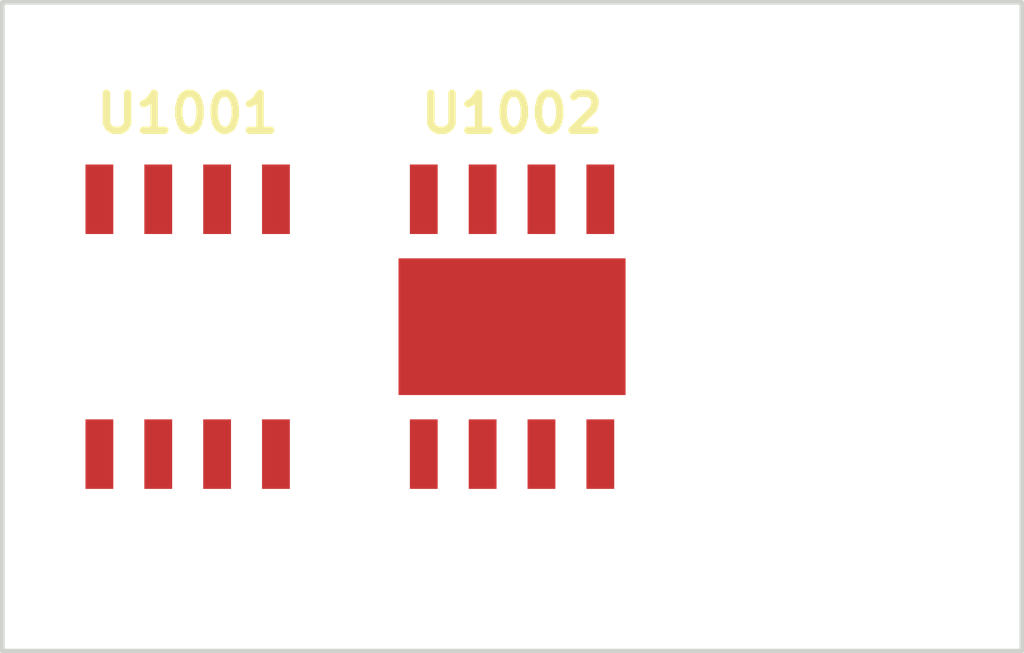
<source format=kicad_pcb>
(kicad_pcb (version 20241229) (generator "pcbnew") (generator_version "9.0")
  (title_block (title "Project name") (date "2025-05-26") (rev "1") (comment 1 "PCA number") (comment 2 "PCB number"))
  (layers (0 "F.Cu" signal) (2 "B.Cu" signal) (13 "F.Paste" user) (15 "B.Paste" user) (5 "F.SilkS" user "F.Silkscreen") (7 "B.SilkS" user "B.Silkscreen") (1 "F.Mask" user) (3 "B.Mask" user) (25 "Edge.Cuts" user))
  (net 0 "")
  (footprint "lily_footprints:hsoic8" (layer "F.Cu") (at 131 87)
    (property "Reference" "U1002" (at 0 -4.6 0) (layer "F.SilkS") (effects (font (size 0.8 0.8) (thickness 0.16))))
    (property "Value" "TPS5430" (hide yes))
    (pad "1" smd rect (at -1.905 2.75) (size 0.6 1.5) (layers "F.Cu" "F.Mask" "F.Paste"))
    (pad "2" smd rect (at -0.635 2.75) (size 0.6 1.5) (layers "F.Cu" "F.Mask" "F.Paste"))
    (pad "3" smd rect (at 0.635 2.75) (size 0.6 1.5) (layers "F.Cu" "F.Mask" "F.Paste"))
    (pad "4" smd rect (at 1.905 2.75) (size 0.6 1.5) (layers "F.Cu" "F.Mask" "F.Paste"))
    (pad "5" smd rect (at 1.905 -2.75) (size 0.6 1.5) (layers "F.Cu" "F.Mask" "F.Paste"))
    (pad "6" smd rect (at 0.635 -2.75) (size 0.6 1.5) (layers "F.Cu" "F.Mask" "F.Paste"))
    (pad "7" smd rect (at -0.635 -2.75) (size 0.6 1.5) (layers "F.Cu" "F.Mask" "F.Paste"))
    (pad "8" smd rect (at -1.905 -2.75) (size 0.6 1.5) (layers "F.Cu" "F.Mask" "F.Paste"))
    (pad "9" smd rect (at 0 0) (size 4.9 2.95) (layers "F.Cu" "F.Mask"))
  )
  (footprint "lily_footprints:soic8" (layer "F.Cu") (at 124 87)
    (property "Reference" "U1001" (at 0 -4.6 0) (layer "F.SilkS") (effects (font (size 0.8 0.8) (thickness 0.16))))
    (property "Value" "LM393" (hide yes))
    (pad "1" smd rect (at -1.905 2.75) (size 0.6 1.5) (layers "F.Cu" "F.Mask" "F.Paste"))
    (pad "2" smd rect (at -0.635 2.75) (size 0.6 1.5) (layers "F.Cu" "F.Mask" "F.Paste"))
    (pad "3" smd rect (at 0.635 2.75) (size 0.6 1.5) (layers "F.Cu" "F.Mask" "F.Paste"))
    (pad "4" smd rect (at 1.905 2.75) (size 0.6 1.5) (layers "F.Cu" "F.Mask" "F.Paste"))
    (pad "5" smd rect (at 1.905 -2.75) (size 0.6 1.5) (layers "F.Cu" "F.Mask" "F.Paste"))
    (pad "6" smd rect (at 0.635 -2.75) (size 0.6 1.5) (layers "F.Cu" "F.Mask" "F.Paste"))
    (pad "7" smd rect (at -0.635 -2.75) (size 0.6 1.5) (layers "F.Cu" "F.Mask" "F.Paste"))
    (pad "8" smd rect (at -1.905 -2.75) (size 0.6 1.5) (layers "F.Cu" "F.Mask" "F.Paste"))
  )
  (gr_rect (start 120 80) (end 142 94) (stroke (width 0.1)) (fill no) (layer "Edge.Cuts"))
)
</source>
